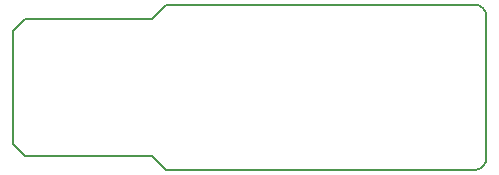
<source format=gko>
G04 #@! TF.GenerationSoftware,KiCad,Pcbnew,5.0.0-rc1-44a33f2~62~ubuntu16.04.1*
G04 #@! TF.CreationDate,2018-03-27T11:26:02+02:00*
G04 #@! TF.ProjectId,ubmp_v1_pcbusb,75626D705F76315F7063627573622E6B,rev?*
G04 #@! TF.SameCoordinates,Original*
G04 #@! TF.FileFunction,Profile,NP*
%FSLAX46Y46*%
G04 Gerber Fmt 4.6, Leading zero omitted, Abs format (unit mm)*
G04 Created by KiCad (PCBNEW 5.0.0-rc1-44a33f2~62~ubuntu16.04.1) date Tue Mar 27 11:26:02 2018*
%MOMM*%
%LPD*%
G01*
G04 APERTURE LIST*
%ADD10C,0.150000*%
G04 APERTURE END LIST*
D10*
X91200000Y-100200000D02*
X92400000Y-99000000D01*
X80400000Y-100200000D02*
X91200000Y-100200000D01*
X79400000Y-101200000D02*
X80400000Y-100200000D01*
X79400000Y-110800000D02*
X79400000Y-101200000D01*
X80400000Y-111800000D02*
X79400000Y-110800000D01*
X91200000Y-111800000D02*
X80400000Y-111800000D01*
X92400000Y-113000000D02*
X91200000Y-111800000D01*
X119500000Y-112000000D02*
G75*
G02X118500000Y-113000000I-1000000J0D01*
G01*
X118500000Y-99000000D02*
G75*
G02X119500000Y-100000000I0J-1000000D01*
G01*
X92400000Y-99000000D02*
X118500000Y-99000000D01*
X92400000Y-113000000D02*
X118500000Y-113000000D01*
X119500000Y-112000000D02*
X119500000Y-100000000D01*
M02*

</source>
